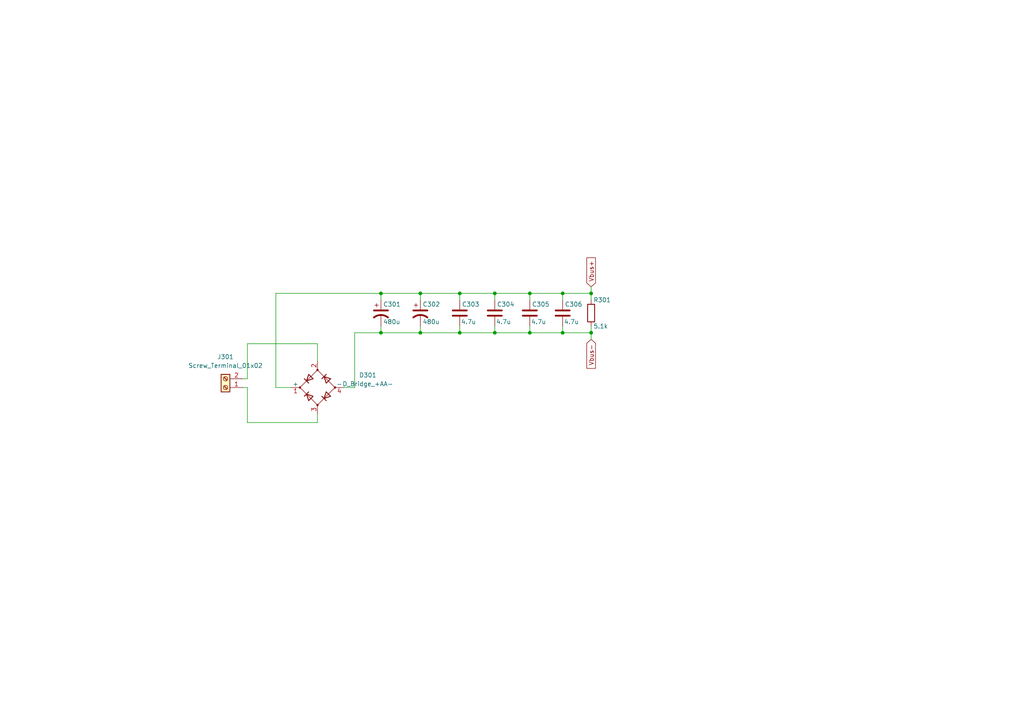
<source format=kicad_sch>
(kicad_sch (version 20211123) (generator eeschema)
  (paper "A4")
  (lib_symbols
    (symbol "Connector:Screw_Terminal_01x02" (pin_names (offset 1.016) hide)
      (property "Reference" "J" (at 0 2.54 0))
      (property "Value" "Screw_Terminal_01x02" (at 0 -5.08 0))
      (symbol "Screw_Terminal_01x02_1_1"
        (rectangle (start -1.27 1.27) (end 1.27 -3.81) (stroke (width 0.254)) (fill (type background)))
        (circle (center 0 -2.54) (radius 0.635) (stroke (width 0.1524)))
        (polyline (pts (xy -0.5334 -2.2098) (xy 0.3302 -3.048)) (stroke (width 0.1524)))
        (polyline (pts (xy -0.5334 0.3302) (xy 0.3302 -0.508)) (stroke (width 0.1524)))
        (polyline (pts (xy -0.3556 -2.032) (xy 0.508 -2.8702)) (stroke (width 0.1524)))
        (polyline (pts (xy -0.3556 0.508) (xy 0.508 -0.3302)) (stroke (width 0.1524)))
        (circle (center 0 0) (radius 0.635) (stroke (width 0.1524)))
        (pin passive line (at -5.08 0 0) (length 3.81) (name "Pin_1") (number "1"))
        (pin passive line (at -5.08 -2.54 0) (length 3.81) (name "Pin_2") (number "2"))
      )
    )
    (symbol "Device:C" (pin_numbers hide) (pin_names (offset 0.254))
      (property "Reference" "C" (at 0.635 2.54 0))
      (property "Value" "C" (at 0.635 -2.54 0))
      (symbol "C_0_1"
        (polyline (pts (xy -2.032 -0.762) (xy 2.032 -0.762)) (stroke (width 0.508)))
        (polyline (pts (xy -2.032 0.762) (xy 2.032 0.762)) (stroke (width 0.508)))
      )
      (symbol "C_1_1"
        (pin passive line (at 0 3.81 270) (length 2.794) (name "~") (number "1"))
        (pin passive line (at 0 -3.81 90) (length 2.794) (name "~") (number "2"))
      )
    )
    (symbol "Device:C_Polarized_US" (pin_numbers hide) (pin_names (offset 0.254) hide)
      (property "Reference" "C" (at 0.635 2.54 0))
      (property "Value" "C_Polarized_US" (at 0.635 -2.54 0))
      (symbol "C_Polarized_US_0_1"
        (polyline (pts (xy -2.032 0.762) (xy 2.032 0.762)) (stroke (width 0.508)))
        (polyline (pts (xy -1.778 2.286) (xy -0.762 2.286)))
        (polyline (pts (xy -1.27 1.778) (xy -1.27 2.794)))
        (arc (start 2.032 -1.27) (mid 0 -0.5572) (end -2.032 -1.27) (stroke (width 0.508)))
      )
      (symbol "C_Polarized_US_1_1"
        (pin passive line (at 0 3.81 270) (length 2.794) (name "~") (number "1"))
        (pin passive line (at 0 -3.81 90) (length 3.302) (name "~") (number "2"))
      )
    )
    (symbol "Device:D_Bridge_+AA-" (pin_names (offset 0))
      (property "Reference" "D" (at 2.54 6.985 0))
      (property "Value" "D_Bridge_+AA-" (at 2.54 5.08 0))
      (symbol "D_Bridge_+AA-_0_1"
        (circle (center -5.08 0) (radius 0.254) (fill (type outline)))
        (circle (center 0 -5.08) (radius 0.254) (fill (type outline)))
        (polyline (pts (xy -2.54 3.81) (xy -1.27 2.54)) (stroke (width 0.254)))
        (polyline (pts (xy -1.27 -2.54) (xy -2.54 -3.81)) (stroke (width 0.254)))
        (polyline (pts (xy 2.54 -1.27) (xy 3.81 -2.54)) (stroke (width 0.254)))
        (polyline (pts (xy 2.54 1.27) (xy 3.81 2.54)) (stroke (width 0.254)))
        (polyline (pts (xy -3.81 2.54) (xy -2.54 1.27) (xy -1.905 3.175) (xy -3.81 2.54)) (stroke (width 0.254)))
        (polyline (pts (xy -2.54 -1.27) (xy -3.81 -2.54) (xy -1.905 -3.175) (xy -2.54 -1.27)) (stroke (width 0.254)))
        (polyline (pts (xy 1.27 2.54) (xy 2.54 3.81) (xy 3.175 1.905) (xy 1.27 2.54)) (stroke (width 0.254)))
        (polyline (pts (xy 3.175 -1.905) (xy 1.27 -2.54) (xy 2.54 -3.81) (xy 3.175 -1.905)) (stroke (width 0.254)))
        (polyline (pts (xy -5.08 0) (xy 0 -5.08) (xy 5.08 0) (xy 0 5.08) (xy -5.08 0)))
        (circle (center 0 5.08) (radius 0.254) (fill (type outline)))
        (circle (center 5.08 0) (radius 0.254) (fill (type outline)))
      )
      (symbol "D_Bridge_+AA-_1_1"
        (pin passive line (at 7.62 0 180) (length 2.54) (name "+") (number "1"))
        (pin passive line (at 0 7.62 270) (length 2.54) (name "~") (number "2"))
        (pin passive line (at 0 -7.62 90) (length 2.54) (name "~") (number "3"))
        (pin passive line (at -7.62 0 0) (length 2.54) (name "-") (number "4"))
      )
    )
    (symbol "Device:R" (pin_numbers hide) (pin_names (offset 0))
      (property "Reference" "R" (at 2.032 0 90))
      (property "Value" "R" (at 0 0 90))
      (symbol "R_0_1"
        (rectangle (start -1.016 -2.54) (end 1.016 2.54) (stroke (width 0.254)))
      )
      (symbol "R_1_1"
        (pin passive line (at 0 3.81 270) (length 1.27) (name "~") (number "1"))
        (pin passive line (at 0 -3.81 90) (length 1.27) (name "~") (number "2"))
      )
    )
  )
  (junction (at 143.51 96.52))
  (junction (at 110.49 85.09))
  (junction (at 121.92 96.52))
  (junction (at 133.35 85.09))
  (junction (at 163.195 96.52))
  (junction (at 133.35 96.52))
  (junction (at 153.67 85.09))
  (junction (at 171.45 85.09))
  (junction (at 171.45 96.52))
  (junction (at 121.92 85.09))
  (junction (at 163.195 85.09))
  (junction (at 143.51 85.09))
  (junction (at 153.67 96.52))
  (junction (at 110.49 96.52))
  (wire (pts (xy 133.35 85.09) (xy 133.35 86.995)))
  (wire (pts (xy 121.92 85.09) (xy 110.49 85.09)))
  (wire (pts (xy 121.92 94.615) (xy 121.92 96.52)))
  (wire (pts (xy 133.35 85.09) (xy 121.92 85.09)))
  (wire (pts (xy 133.35 96.52) (xy 121.92 96.52)))
  (wire (pts (xy 143.51 96.52) (xy 153.67 96.52)))
  (wire (pts (xy 171.45 83.185) (xy 171.45 85.09)))
  (wire (pts (xy 110.49 94.615) (xy 110.49 96.52)))
  (wire (pts (xy 92.075 99.695) (xy 92.075 104.775)))
  (wire (pts (xy 143.51 85.09) (xy 153.67 85.09)))
  (wire (pts (xy 143.51 96.52) (xy 133.35 96.52)))
  (wire (pts (xy 171.45 86.995) (xy 171.45 85.09)))
  (wire (pts (xy 163.195 94.615) (xy 163.195 96.52)))
  (wire (pts (xy 71.755 99.695) (xy 92.075 99.695)))
  (wire (pts (xy 153.67 85.09) (xy 163.195 85.09)))
  (wire (pts (xy 71.755 109.855) (xy 70.485 109.855)))
  (wire (pts (xy 163.195 85.09) (xy 163.195 86.995)))
  (wire (pts (xy 163.195 85.09) (xy 171.45 85.09)))
  (wire (pts (xy 143.51 94.615) (xy 143.51 96.52)))
  (wire (pts (xy 121.92 96.52) (xy 110.49 96.52)))
  (wire (pts (xy 71.755 122.555) (xy 92.075 122.555)))
  (wire (pts (xy 171.45 94.615) (xy 171.45 96.52)))
  (wire (pts (xy 133.35 94.615) (xy 133.35 96.52)))
  (wire (pts (xy 121.92 85.09) (xy 121.92 86.995)))
  (wire (pts (xy 143.51 85.09) (xy 143.51 86.995)))
  (wire (pts (xy 153.67 94.615) (xy 153.67 96.52)))
  (wire (pts (xy 110.49 85.09) (xy 110.49 86.995)))
  (wire (pts (xy 99.695 112.395) (xy 102.87 112.395)))
  (wire (pts (xy 80.01 112.395) (xy 80.01 85.09)))
  (wire (pts (xy 92.075 122.555) (xy 92.075 120.015)))
  (wire (pts (xy 153.67 96.52) (xy 163.195 96.52)))
  (wire (pts (xy 102.87 96.52) (xy 110.49 96.52)))
  (wire (pts (xy 71.755 112.395) (xy 71.755 122.555)))
  (wire (pts (xy 70.485 112.395) (xy 71.755 112.395)))
  (wire (pts (xy 163.195 96.52) (xy 171.45 96.52)))
  (wire (pts (xy 143.51 85.09) (xy 133.35 85.09)))
  (wire (pts (xy 71.755 99.695) (xy 71.755 109.855)))
  (wire (pts (xy 171.45 96.52) (xy 171.45 98.425)))
  (wire (pts (xy 80.01 85.09) (xy 110.49 85.09)))
  (wire (pts (xy 84.455 112.395) (xy 80.01 112.395)))
  (wire (pts (xy 153.67 85.09) (xy 153.67 86.995)))
  (wire (pts (xy 102.87 112.395) (xy 102.87 96.52)))
  (global_label "Vbus+" (shape input) (at 171.45 83.185 90) (property "Intersheet References" "${INTERSHEET_REFS}" (effects hide)))
  (global_label "Vbus-" (shape input) (at 171.45 98.425 270) (property "Intersheet References" "${INTERSHEET_REFS}" (effects hide)))
  (symbol (lib_id "Connector:Screw_Terminal_01x02") (at 65.405 112.395 180) (unit 1)
    (property "Reference" "J301" (at 65.405 103.505 0))
    (property "Value" "Screw_Terminal_01x02" (at 65.405 106.045 0))
    (property "Footprint" "TerminalBlock:TerminalBlock_Altech_AK300-2_P5.00mm" (effects hide))
  )
  (symbol (lib_id "Device:R") (at 171.45 90.805 180) (unit 1)
    (property "Reference" "R301" (at 172.085 86.995 0) (effects (justify right)))
    (property "Value" "5.1k" (at 172.085 94.615 0) (effects (justify right)))
    (property "Footprint" "Resistor_SMD:R_0805_2012Metric" (effects hide))
  )
  (symbol (lib_id "Device:C") (at 133.35 90.805 0) (unit 1)
    (property "Reference" "C303" (at 136.525 88.265 0))
    (property "Value" "4.7u" (at 135.89 93.345 0))
    (property "Footprint" "Capacitor_THT:C_Rect_L16.5mm_W9.0mm_P15.00mm_MKT" (effects hide))
  )
  (symbol (lib_id "Device:C_Polarized_US") (at 110.49 90.805 0) (unit 1)
    (property "Reference" "C301" (at 111.125 88.265 0) (effects (justify left)))
    (property "Value" "480u" (at 111.125 93.345 0) (effects (justify left)))
    (property "Footprint" "Capacitor_THT:CP_Radial_D35.0mm_P10.00mm_SnapIn" (effects hide))
  )
  (symbol (lib_id "Device:D_Bridge_+AA-") (at 92.075 112.395 0) (mirror y) (unit 1)
    (property "Reference" "D301" (at 106.68 108.8136 0))
    (property "Value" "D_Bridge_+AA-" (at 106.68 111.3536 0))
    (property "Footprint" "Diode_THT:Diode_Bridge_Vishay_KBU" (effects hide))
  )
  (symbol (lib_id "Device:C") (at 163.195 90.805 0) (unit 1)
    (property "Reference" "C306" (at 166.37 88.265 0))
    (property "Value" "4.7u" (at 165.735 93.345 0))
    (property "Footprint" "Capacitor_THT:C_Rect_L16.5mm_W9.0mm_P15.00mm_MKT" (effects hide))
  )
  (symbol (lib_id "Device:C_Polarized_US") (at 121.92 90.805 0) (unit 1)
    (property "Reference" "C302" (at 122.555 88.265 0) (effects (justify left)))
    (property "Value" "480u" (at 122.555 93.345 0) (effects (justify left)))
    (property "Footprint" "Capacitor_THT:CP_Radial_D35.0mm_P10.00mm_SnapIn" (effects hide))
  )
  (symbol (lib_id "Device:C") (at 143.51 90.805 0) (unit 1)
    (property "Reference" "C304" (at 146.685 88.265 0))
    (property "Value" "4.7u" (at 146.05 93.345 0))
    (property "Footprint" "Capacitor_THT:C_Rect_L16.5mm_W9.0mm_P15.00mm_MKT" (effects hide))
  )
  (symbol (lib_id "Device:C") (at 153.67 90.805 0) (unit 1)
    (property "Reference" "C305" (at 156.845 88.265 0))
    (property "Value" "4.7u" (at 156.21 93.345 0))
    (property "Footprint" "Capacitor_THT:C_Rect_L16.5mm_W9.0mm_P15.00mm_MKT" (effects hide))
  )
)
</source>
